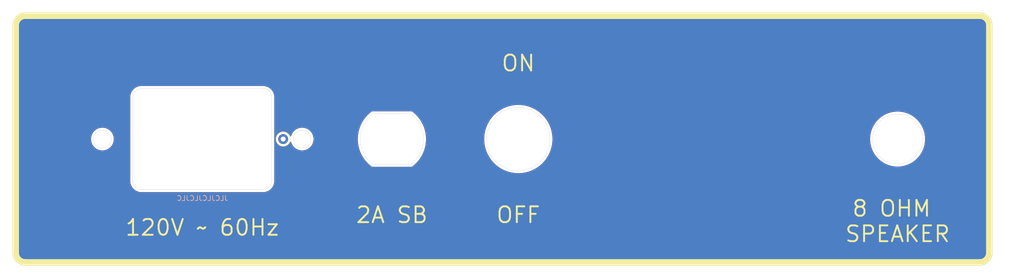
<source format=kicad_pcb>
(kicad_pcb (version 20211014) (generator pcbnew)
  (title_block (title "It Is The Champion Rear Panel") (date "2022-07-16") (rev "0") (comment 1 "creativecommons.org/licenses/by/4.0/") (comment 2 "License: CC by 4.0") (comment 3 "Jordan Aceto"))
  (layers (0 "F.Cu" signal) (31 "B.Cu" signal) (34 "B.Paste" user) (35 "F.Paste" user) (36 "B.SilkS" user "B.Silkscreen") (37 "F.SilkS" user "F.Silkscreen") (38 "B.Mask" user) (39 "F.Mask" user) (44 "Edge.Cuts" user))
  (net 0 "")
  (net 1 "GND")
  (footprint "TestPoint:TestPoint_Keystone_5000-5004_Miniature" (layer "F.Cu") (at 103.886 96.52)
    (fp_text reference "TP1" hide)
    (fp_text value "DUMMY")
    (fp_circle (center 0 0) (end 1.4 0) (layer "F.SilkS") (width 0.15) (fill none))
    (pad "1" thru_hole circle locked (at 0 0) (size 2 2) (drill 1) (layers *.Cu *.Mask) (net 1 "GND"))
  )
  (gr_arc (start 52.07 121.285) (mid 50.722962 120.727038) (end 50.165 119.38) (layer "F.SilkS") (width 1.27))
  (gr_arc (start 245.745 119.38) (mid 245.187038 120.727038) (end 243.84 121.285) (layer "F.SilkS") (width 1.27))
  (gr_line (start 245.745 119.38) (end 245.745 73.66) (layer "F.SilkS") (width 1.27))
  (gr_line (start 243.84 121.285) (end 52.07 121.285) (layer "F.SilkS") (width 1.27))
  (gr_line (start 243.84 71.755) (end 52.07 71.755) (layer "F.SilkS") (width 1.27))
  (gr_arc (start 243.84 71.755) (mid 245.187038 72.312962) (end 245.745 73.66) (layer "F.SilkS") (width 1.27))
  (gr_arc (start 50.165 73.66) (mid 50.722962 72.312962) (end 52.07 71.755) (layer "F.SilkS") (width 1.27))
  (gr_line (start 50.165 73.66) (end 50.165 119.38) (layer "F.SilkS") (width 1.27))
  (gr_line (start 243.84 71.12) (end 52.07 71.12) (layer "Edge.Cuts") (width 0.05))
  (gr_arc (start 246.38 119.38) (mid 245.636051 121.176051) (end 243.84 121.92) (layer "Edge.Cuts") (width 0.05))
  (gr_circle (center 227.33 96.52) (end 232.3465 96.52) (layer "Edge.Cuts") (width 0.05) (fill none))
  (gr_line (start 52.07 121.92) (end 243.84 121.92) (layer "Edge.Cuts") (width 0.05))
  (gr_circle (center 151.13 96.52) (end 157.48 96.52) (layer "Edge.Cuts") (width 0.05) (fill none))
  (gr_line (start 246.38 119.38) (end 246.38 73.66) (layer "Edge.Cuts") (width 0.05))
  (gr_arc (start 243.84 71.12) (mid 245.636051 71.863949) (end 246.38 73.66) (layer "Edge.Cuts") (width 0.05))
  (gr_circle (center 107.696 96.52) (end 109.474 96.52) (layer "Edge.Cuts") (width 0.05) (fill none))
  (gr_line (start 73.66 88.138) (end 73.66 104.902) (layer "Edge.Cuts") (width 0.05))
  (gr_line (start 75.438 106.68) (end 99.822 106.68) (layer "Edge.Cuts") (width 0.05))
  (gr_arc (start 99.822 86.36) (mid 101.079236 86.880764) (end 101.6 88.138) (layer "Edge.Cuts") (width 0.05))
  (gr_circle (center 67.564 96.52) (end 69.342 96.52) (layer "Edge.Cuts") (width 0.05) (fill none))
  (gr_arc (start 49.53 73.66) (mid 50.273949 71.863949) (end 52.07 71.12) (layer "Edge.Cuts") (width 0.05))
  (gr_arc (start 101.6 104.902) (mid 101.079236 106.159236) (end 99.822 106.68) (layer "Edge.Cuts") (width 0.05))
  (gr_line (start 121.92 101.6) (end 129.54 101.6) (layer "Edge.Cuts") (width 0.05))
  (gr_line (start 101.6 88.138) (end 101.6 104.902) (layer "Edge.Cuts") (width 0.05))
  (gr_line (start 75.438 86.36) (end 99.822 86.36) (layer "Edge.Cuts") (width 0.05))
  (gr_arc (start 129.54 91.44) (mid 132.08 96.52) (end 129.54 101.6) (layer "Edge.Cuts") (width 0.05))
  (gr_arc (start 75.438 106.68) (mid 74.180764 106.159236) (end 73.66 104.902) (layer "Edge.Cuts") (width 0.05))
  (gr_arc (start 52.07 121.92) (mid 50.273949 121.176051) (end 49.53 119.38) (layer "Edge.Cuts") (width 0.05))
  (gr_line (start 121.92 91.44) (end 129.54 91.44) (layer "Edge.Cuts") (width 0.05))
  (gr_line (start 49.53 73.66) (end 49.53 119.38) (layer "Edge.Cuts") (width 0.05))
  (gr_arc (start 121.92 101.6) (mid 119.38 96.52) (end 121.92 91.44) (layer "Edge.Cuts") (width 0.05))
  (gr_arc (start 73.66 88.138) (mid 74.180764 86.880764) (end 75.438 86.36) (layer "Edge.Cuts") (width 0.05))
  (gr_text "JLCJLCJLCJLC" (at 87.6554 108.4072) (layer "B.SilkS") (effects (font (size 1 1)) (justify mirror)))
  (gr_text "ON" (at 151.13 81.28) (layer "F.SilkS") (effects (font (size 3.175 3.175) (thickness 0.381))))
  (gr_text "8 OHM \nSPEAKER" (at 227.33 113.03) (layer "F.SilkS") (effects (font (size 3.175 3.175) (thickness 0.381))))
  (gr_text "2A SB" (at 125.73 111.76) (layer "F.SilkS") (effects (font (size 3.175 3.175) (thickness 0.381))))
  (gr_text "120V ~ 60Hz" (at 87.63 114.3) (layer "F.SilkS") (effects (font (size 3.175 3.175) (thickness 0.381))))
  (gr_text "OFF" (at 151.13 111.76) (layer "F.SilkS") (effects (font (size 3.175 3.175) (thickness 0.381))))
  (zone (net 0) (net_name "") (layer "F.Cu") (connect_pads (clearance 0.508)) (min_thickness 0.254) (fill yes (thermal_gap 0.508) (thermal_bridge_width 0.508))
    (polygon (pts (xy 250.19 123.19) (xy 48.26 123.19) (xy 48.26 69.85) (xy 250.19 69.85)))
  )
  (zone (net 0) (net_name "") (layer "B.Cu") (connect_pads (clearance 0.508)) (min_thickness 0.254) (fill yes (thermal_gap 0.508) (thermal_bridge_width 0.508))
    (polygon (pts (xy 252.73 124.46) (xy 46.99 124.46) (xy 46.99 68.58) (xy 252.73 68.58)))
  )
)
</source>
